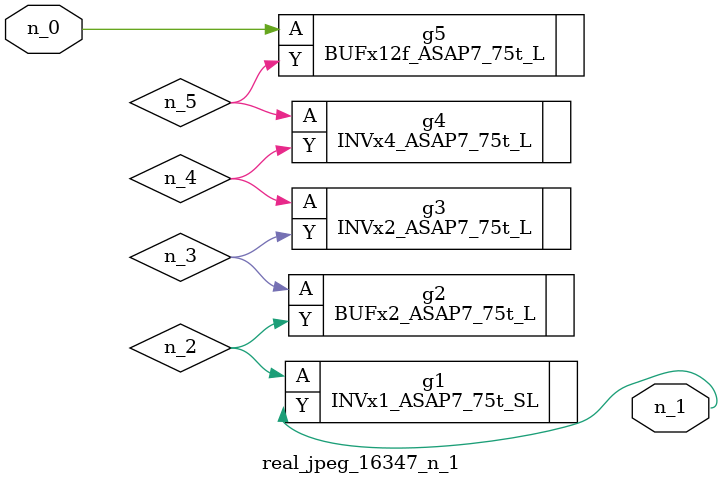
<source format=v>
module real_jpeg_16347_n_1 (n_0, n_1);

input n_0;

output n_1;

wire n_5;
wire n_4;
wire n_2;
wire n_3;

BUFx12f_ASAP7_75t_L g5 ( 
.A(n_0),
.Y(n_5)
);

INVx1_ASAP7_75t_SL g1 ( 
.A(n_2),
.Y(n_1)
);

BUFx2_ASAP7_75t_L g2 ( 
.A(n_3),
.Y(n_2)
);

INVx2_ASAP7_75t_L g3 ( 
.A(n_4),
.Y(n_3)
);

INVx4_ASAP7_75t_L g4 ( 
.A(n_5),
.Y(n_4)
);


endmodule
</source>
